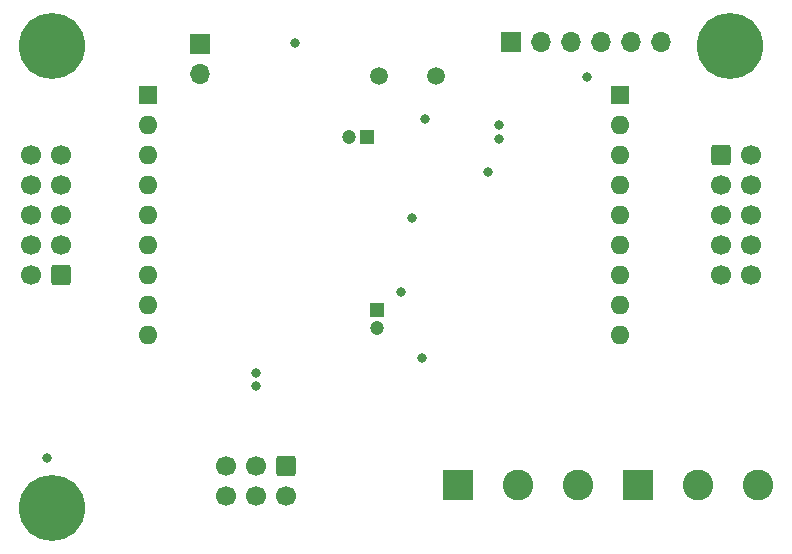
<source format=gbr>
%TF.GenerationSoftware,KiCad,Pcbnew,(6.0.11)*%
%TF.CreationDate,2023-02-12T20:23:43+01:00*%
%TF.ProjectId,ParentsHob2HoodController,50617265-6e74-4734-986f-6232486f6f64,rev?*%
%TF.SameCoordinates,Original*%
%TF.FileFunction,Soldermask,Bot*%
%TF.FilePolarity,Negative*%
%FSLAX46Y46*%
G04 Gerber Fmt 4.6, Leading zero omitted, Abs format (unit mm)*
G04 Created by KiCad (PCBNEW (6.0.11)) date 2023-02-12 20:23:43*
%MOMM*%
%LPD*%
G01*
G04 APERTURE LIST*
G04 Aperture macros list*
%AMRoundRect*
0 Rectangle with rounded corners*
0 $1 Rounding radius*
0 $2 $3 $4 $5 $6 $7 $8 $9 X,Y pos of 4 corners*
0 Add a 4 corners polygon primitive as box body*
4,1,4,$2,$3,$4,$5,$6,$7,$8,$9,$2,$3,0*
0 Add four circle primitives for the rounded corners*
1,1,$1+$1,$2,$3*
1,1,$1+$1,$4,$5*
1,1,$1+$1,$6,$7*
1,1,$1+$1,$8,$9*
0 Add four rect primitives between the rounded corners*
20,1,$1+$1,$2,$3,$4,$5,0*
20,1,$1+$1,$4,$5,$6,$7,0*
20,1,$1+$1,$6,$7,$8,$9,0*
20,1,$1+$1,$8,$9,$2,$3,0*%
G04 Aperture macros list end*
%ADD10C,5.600000*%
%ADD11R,1.700000X1.700000*%
%ADD12O,1.700000X1.700000*%
%ADD13R,1.200000X1.200000*%
%ADD14C,1.200000*%
%ADD15C,1.500000*%
%ADD16RoundRect,0.250000X-0.600000X0.600000X-0.600000X-0.600000X0.600000X-0.600000X0.600000X0.600000X0*%
%ADD17C,1.700000*%
%ADD18R,1.600000X1.600000*%
%ADD19O,1.600000X1.600000*%
%ADD20RoundRect,0.250000X-0.600000X-0.600000X0.600000X-0.600000X0.600000X0.600000X-0.600000X0.600000X0*%
%ADD21RoundRect,0.250000X0.600000X0.600000X-0.600000X0.600000X-0.600000X-0.600000X0.600000X-0.600000X0*%
%ADD22R,2.600000X2.600000*%
%ADD23C,2.600000*%
%ADD24C,0.800000*%
G04 APERTURE END LIST*
D10*
%TO.C,H1*%
X89408000Y-22352000D03*
%TD*%
D11*
%TO.C,J6*%
X44577000Y-22230000D03*
D12*
X44577000Y-24770000D03*
%TD*%
D13*
%TO.C,C6*%
X59563000Y-44743401D03*
D14*
X59563000Y-46243401D03*
%TD*%
D13*
%TO.C,C7*%
X58674000Y-30099000D03*
D14*
X57174000Y-30099000D03*
%TD*%
D15*
%TO.C,Y1*%
X64553000Y-24892000D03*
X59673000Y-24892000D03*
%TD*%
D16*
%TO.C,J1*%
X51821000Y-57921500D03*
D17*
X51821000Y-60461500D03*
X49281000Y-57921500D03*
X49281000Y-60461500D03*
X46741000Y-57921500D03*
X46741000Y-60461500D03*
%TD*%
D18*
%TO.C,RN1*%
X80137000Y-26528000D03*
D19*
X80137000Y-29068000D03*
X80137000Y-31608000D03*
X80137000Y-34148000D03*
X80137000Y-36688000D03*
X80137000Y-39228000D03*
X80137000Y-41768000D03*
X80137000Y-44308000D03*
X80137000Y-46848000D03*
%TD*%
D10*
%TO.C,H3*%
X32004000Y-61468000D03*
%TD*%
D20*
%TO.C,J3*%
X88655500Y-31623000D03*
D17*
X91195500Y-31623000D03*
X88655500Y-34163000D03*
X91195500Y-34163000D03*
X88655500Y-36703000D03*
X91195500Y-36703000D03*
X88655500Y-39243000D03*
X91195500Y-39243000D03*
X88655500Y-41783000D03*
X91195500Y-41783000D03*
%TD*%
D10*
%TO.C,H2*%
X32004000Y-22352000D03*
%TD*%
D21*
%TO.C,J2*%
X32771500Y-41783000D03*
D17*
X30231500Y-41783000D03*
X32771500Y-39243000D03*
X30231500Y-39243000D03*
X32771500Y-36703000D03*
X30231500Y-36703000D03*
X32771500Y-34163000D03*
X30231500Y-34163000D03*
X32771500Y-31623000D03*
X30231500Y-31623000D03*
%TD*%
D22*
%TO.C,J5*%
X81661000Y-59563000D03*
D23*
X86741000Y-59563000D03*
X91821000Y-59563000D03*
%TD*%
D18*
%TO.C,RN2*%
X40147000Y-26528000D03*
D19*
X40147000Y-29068000D03*
X40147000Y-31608000D03*
X40147000Y-34148000D03*
X40147000Y-36688000D03*
X40147000Y-39228000D03*
X40147000Y-41768000D03*
X40147000Y-44308000D03*
X40147000Y-46848000D03*
%TD*%
D11*
%TO.C,J7*%
X70891000Y-22073000D03*
D12*
X73431000Y-22073000D03*
X75971000Y-22073000D03*
X78511000Y-22073000D03*
X81051000Y-22073000D03*
X83591000Y-22073000D03*
%TD*%
D22*
%TO.C,J4*%
X66421000Y-59563000D03*
D23*
X71501000Y-59563000D03*
X76581000Y-59563000D03*
%TD*%
D24*
X31623000Y-57277000D03*
X52578000Y-22098000D03*
X63627000Y-28575000D03*
X49276000Y-51181000D03*
X61595000Y-43180000D03*
X49276000Y-50038000D03*
X62484000Y-36957000D03*
X68961000Y-33020000D03*
X63373000Y-48768000D03*
X69850000Y-29083000D03*
X69850000Y-30226000D03*
X77343000Y-25019000D03*
M02*

</source>
